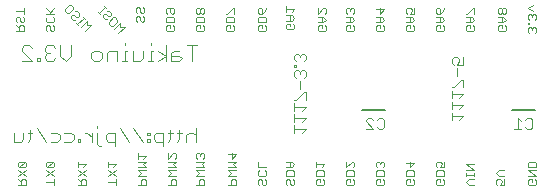
<source format=gbo>
G75*
%MOIN*%
%OFA0B0*%
%FSLAX25Y25*%
%IPPOS*%
%LPD*%
%AMOC8*
5,1,8,0,0,1.08239X$1,22.5*
%
%ADD10C,0.00300*%
%ADD11C,0.00400*%
%ADD12C,0.00750*%
D10*
X0006150Y0012400D02*
X0009052Y0012400D01*
X0009052Y0013851D01*
X0008569Y0014335D01*
X0007601Y0014335D01*
X0007117Y0013851D01*
X0007117Y0012400D01*
X0007117Y0013367D02*
X0006150Y0014335D01*
X0006150Y0015347D02*
X0009052Y0017281D01*
X0008569Y0018293D02*
X0006634Y0018293D01*
X0008569Y0020228D01*
X0006634Y0020228D01*
X0006150Y0019744D01*
X0006150Y0018777D01*
X0006634Y0018293D01*
X0006150Y0017281D02*
X0009052Y0015347D01*
X0008569Y0018293D02*
X0009052Y0018777D01*
X0009052Y0019744D01*
X0008569Y0020228D01*
X0015525Y0019744D02*
X0015525Y0018777D01*
X0016009Y0018293D01*
X0017944Y0020228D01*
X0016009Y0020228D01*
X0015525Y0019744D01*
X0017944Y0020228D02*
X0018427Y0019744D01*
X0018427Y0018777D01*
X0017944Y0018293D01*
X0016009Y0018293D01*
X0015525Y0017281D02*
X0018427Y0015347D01*
X0018427Y0017281D02*
X0015525Y0015347D01*
X0018427Y0014335D02*
X0018427Y0012400D01*
X0018427Y0013367D02*
X0015525Y0013367D01*
X0026150Y0012400D02*
X0029052Y0012400D01*
X0029052Y0013851D01*
X0028569Y0014335D01*
X0027601Y0014335D01*
X0027117Y0013851D01*
X0027117Y0012400D01*
X0027117Y0013367D02*
X0026150Y0014335D01*
X0026150Y0015347D02*
X0029052Y0017281D01*
X0028085Y0018293D02*
X0029052Y0019261D01*
X0026150Y0019261D01*
X0026150Y0020228D02*
X0026150Y0018293D01*
X0026150Y0017281D02*
X0029052Y0015347D01*
X0036150Y0015347D02*
X0039052Y0017281D01*
X0038085Y0018293D02*
X0039052Y0019261D01*
X0036150Y0019261D01*
X0036150Y0020228D02*
X0036150Y0018293D01*
X0036150Y0017281D02*
X0039052Y0015347D01*
X0039052Y0014335D02*
X0039052Y0012400D01*
X0039052Y0013367D02*
X0036150Y0013367D01*
X0046150Y0012400D02*
X0049052Y0012400D01*
X0049052Y0013851D01*
X0048569Y0014335D01*
X0047601Y0014335D01*
X0047117Y0013851D01*
X0047117Y0012400D01*
X0046150Y0015347D02*
X0047117Y0016314D01*
X0046150Y0017281D01*
X0049052Y0017281D01*
X0049052Y0018293D02*
X0046150Y0018293D01*
X0048085Y0019261D02*
X0049052Y0020228D01*
X0046150Y0020228D01*
X0048085Y0019261D02*
X0049052Y0018293D01*
X0049052Y0015347D02*
X0046150Y0015347D01*
X0056150Y0015347D02*
X0057117Y0016314D01*
X0056150Y0017281D01*
X0059052Y0017281D01*
X0059052Y0018293D02*
X0058085Y0019261D01*
X0059052Y0020228D01*
X0056150Y0020228D01*
X0056150Y0021240D02*
X0058085Y0023175D01*
X0058569Y0023175D01*
X0059052Y0022691D01*
X0059052Y0021723D01*
X0058569Y0021240D01*
X0056150Y0021240D02*
X0056150Y0023175D01*
X0049052Y0022207D02*
X0048085Y0021240D01*
X0049052Y0022207D02*
X0046150Y0022207D01*
X0046150Y0021240D02*
X0046150Y0023175D01*
X0056150Y0018293D02*
X0059052Y0018293D01*
X0059052Y0015347D02*
X0056150Y0015347D01*
X0057601Y0014335D02*
X0057117Y0013851D01*
X0057117Y0012400D01*
X0056150Y0012400D02*
X0059052Y0012400D01*
X0059052Y0013851D01*
X0058569Y0014335D01*
X0057601Y0014335D01*
X0065525Y0015347D02*
X0066492Y0016314D01*
X0065525Y0017281D01*
X0068427Y0017281D01*
X0068427Y0018293D02*
X0067460Y0019261D01*
X0068427Y0020228D01*
X0065525Y0020228D01*
X0066009Y0021240D02*
X0065525Y0021723D01*
X0065525Y0022691D01*
X0066009Y0023175D01*
X0066492Y0023175D01*
X0066976Y0022691D01*
X0066976Y0022207D01*
X0066976Y0022691D02*
X0067460Y0023175D01*
X0067944Y0023175D01*
X0068427Y0022691D01*
X0068427Y0021723D01*
X0067944Y0021240D01*
X0068427Y0018293D02*
X0065525Y0018293D01*
X0065525Y0015347D02*
X0068427Y0015347D01*
X0067944Y0014335D02*
X0066976Y0014335D01*
X0066492Y0013851D01*
X0066492Y0012400D01*
X0065525Y0012400D02*
X0068427Y0012400D01*
X0068427Y0013851D01*
X0067944Y0014335D01*
X0076150Y0015347D02*
X0077117Y0016314D01*
X0076150Y0017281D01*
X0079052Y0017281D01*
X0079052Y0018293D02*
X0076150Y0018293D01*
X0078085Y0019261D02*
X0079052Y0020228D01*
X0076150Y0020228D01*
X0078085Y0019261D02*
X0079052Y0018293D01*
X0079052Y0015347D02*
X0076150Y0015347D01*
X0077601Y0014335D02*
X0077117Y0013851D01*
X0077117Y0012400D01*
X0076150Y0012400D02*
X0079052Y0012400D01*
X0079052Y0013851D01*
X0078569Y0014335D01*
X0077601Y0014335D01*
X0086150Y0013851D02*
X0086150Y0012884D01*
X0086634Y0012400D01*
X0087601Y0012884D02*
X0087601Y0013851D01*
X0087117Y0014335D01*
X0086634Y0014335D01*
X0086150Y0013851D01*
X0087601Y0012884D02*
X0088085Y0012400D01*
X0088569Y0012400D01*
X0089052Y0012884D01*
X0089052Y0013851D01*
X0088569Y0014335D01*
X0088569Y0015347D02*
X0086634Y0015347D01*
X0086150Y0015830D01*
X0086150Y0016798D01*
X0086634Y0017281D01*
X0086150Y0018293D02*
X0086150Y0020228D01*
X0086150Y0018293D02*
X0089052Y0018293D01*
X0088569Y0017281D02*
X0089052Y0016798D01*
X0089052Y0015830D01*
X0088569Y0015347D01*
X0095525Y0015347D02*
X0095525Y0016798D01*
X0096009Y0017281D01*
X0097944Y0017281D01*
X0098427Y0016798D01*
X0098427Y0015347D01*
X0095525Y0015347D01*
X0096009Y0014335D02*
X0095525Y0013851D01*
X0095525Y0012884D01*
X0096009Y0012400D01*
X0096976Y0012884D02*
X0097460Y0012400D01*
X0097944Y0012400D01*
X0098427Y0012884D01*
X0098427Y0013851D01*
X0097944Y0014335D01*
X0096976Y0013851D02*
X0096976Y0012884D01*
X0096976Y0013851D02*
X0096492Y0014335D01*
X0096009Y0014335D01*
X0095525Y0018293D02*
X0097460Y0018293D01*
X0098427Y0019261D01*
X0097460Y0020228D01*
X0095525Y0020228D01*
X0096976Y0020228D02*
X0096976Y0018293D01*
X0105525Y0018293D02*
X0105525Y0020228D01*
X0105525Y0019261D02*
X0108427Y0019261D01*
X0107460Y0018293D01*
X0107944Y0017281D02*
X0106009Y0017281D01*
X0105525Y0016798D01*
X0105525Y0015347D01*
X0108427Y0015347D01*
X0108427Y0016798D01*
X0107944Y0017281D01*
X0107944Y0014335D02*
X0108427Y0013851D01*
X0108427Y0012884D01*
X0107944Y0012400D01*
X0106009Y0012400D01*
X0105525Y0012884D01*
X0105525Y0013851D01*
X0106009Y0014335D01*
X0106976Y0014335D01*
X0106976Y0013367D01*
X0115525Y0012884D02*
X0116009Y0012400D01*
X0117944Y0012400D01*
X0118427Y0012884D01*
X0118427Y0013851D01*
X0117944Y0014335D01*
X0116976Y0014335D02*
X0116976Y0013367D01*
X0116976Y0014335D02*
X0116009Y0014335D01*
X0115525Y0013851D01*
X0115525Y0012884D01*
X0115525Y0015347D02*
X0115525Y0016798D01*
X0116009Y0017281D01*
X0117944Y0017281D01*
X0118427Y0016798D01*
X0118427Y0015347D01*
X0115525Y0015347D01*
X0115525Y0018293D02*
X0117460Y0020228D01*
X0117944Y0020228D01*
X0118427Y0019744D01*
X0118427Y0018777D01*
X0117944Y0018293D01*
X0115525Y0018293D02*
X0115525Y0020228D01*
X0125525Y0019744D02*
X0125525Y0018777D01*
X0126009Y0018293D01*
X0126009Y0017281D02*
X0127944Y0017281D01*
X0128427Y0016798D01*
X0128427Y0015347D01*
X0125525Y0015347D01*
X0125525Y0016798D01*
X0126009Y0017281D01*
X0127944Y0018293D02*
X0128427Y0018777D01*
X0128427Y0019744D01*
X0127944Y0020228D01*
X0127460Y0020228D01*
X0126976Y0019744D01*
X0126492Y0020228D01*
X0126009Y0020228D01*
X0125525Y0019744D01*
X0126976Y0019744D02*
X0126976Y0019261D01*
X0135525Y0019744D02*
X0138427Y0019744D01*
X0136976Y0018293D01*
X0136976Y0020228D01*
X0136009Y0017281D02*
X0137944Y0017281D01*
X0138427Y0016798D01*
X0138427Y0015347D01*
X0135525Y0015347D01*
X0135525Y0016798D01*
X0136009Y0017281D01*
X0136009Y0014335D02*
X0136976Y0014335D01*
X0136976Y0013367D01*
X0136009Y0012400D02*
X0135525Y0012884D01*
X0135525Y0013851D01*
X0136009Y0014335D01*
X0137944Y0014335D02*
X0138427Y0013851D01*
X0138427Y0012884D01*
X0137944Y0012400D01*
X0136009Y0012400D01*
X0128427Y0012884D02*
X0127944Y0012400D01*
X0126009Y0012400D01*
X0125525Y0012884D01*
X0125525Y0013851D01*
X0126009Y0014335D01*
X0126976Y0014335D01*
X0126976Y0013367D01*
X0127944Y0014335D02*
X0128427Y0013851D01*
X0128427Y0012884D01*
X0145525Y0012884D02*
X0145525Y0013851D01*
X0146009Y0014335D01*
X0146976Y0014335D01*
X0146976Y0013367D01*
X0146009Y0012400D02*
X0145525Y0012884D01*
X0146009Y0012400D02*
X0147944Y0012400D01*
X0148427Y0012884D01*
X0148427Y0013851D01*
X0147944Y0014335D01*
X0148427Y0015347D02*
X0145525Y0015347D01*
X0145525Y0016798D01*
X0146009Y0017281D01*
X0147944Y0017281D01*
X0148427Y0016798D01*
X0148427Y0015347D01*
X0148427Y0018293D02*
X0146976Y0018293D01*
X0147460Y0019261D01*
X0147460Y0019744D01*
X0146976Y0020228D01*
X0146009Y0020228D01*
X0145525Y0019744D01*
X0145525Y0018777D01*
X0146009Y0018293D01*
X0148427Y0018293D02*
X0148427Y0020228D01*
X0155525Y0019246D02*
X0158427Y0019246D01*
X0158427Y0017311D02*
X0155525Y0019246D01*
X0155525Y0017311D02*
X0158427Y0017311D01*
X0158427Y0016314D02*
X0158427Y0015347D01*
X0158427Y0015830D02*
X0155525Y0015830D01*
X0155525Y0015347D02*
X0155525Y0016314D01*
X0156492Y0014335D02*
X0158427Y0014335D01*
X0156492Y0014335D02*
X0155525Y0013367D01*
X0156492Y0012400D01*
X0158427Y0012400D01*
X0165525Y0012884D02*
X0166009Y0012400D01*
X0165525Y0012884D02*
X0165525Y0013851D01*
X0166009Y0014335D01*
X0166976Y0014335D01*
X0167460Y0013851D01*
X0167460Y0013367D01*
X0166976Y0012400D01*
X0168427Y0012400D01*
X0168427Y0014335D01*
X0168427Y0015347D02*
X0166492Y0015347D01*
X0165525Y0016314D01*
X0166492Y0017281D01*
X0168427Y0017281D01*
X0176150Y0017281D02*
X0179052Y0017281D01*
X0179052Y0018293D02*
X0179052Y0019744D01*
X0178569Y0020228D01*
X0176634Y0020228D01*
X0176150Y0019744D01*
X0176150Y0018293D01*
X0179052Y0018293D01*
X0179052Y0015347D02*
X0176150Y0017281D01*
X0176150Y0015347D02*
X0179052Y0015347D01*
X0178569Y0014335D02*
X0179052Y0013851D01*
X0179052Y0012884D01*
X0178569Y0012400D01*
X0176634Y0012400D01*
X0176150Y0012884D01*
X0176150Y0013851D01*
X0176634Y0014335D01*
X0177601Y0014335D01*
X0177601Y0013367D01*
X0177108Y0031150D02*
X0175873Y0031150D01*
X0175256Y0031767D01*
X0174042Y0031150D02*
X0171573Y0031150D01*
X0172807Y0031150D02*
X0172807Y0034853D01*
X0174042Y0033619D01*
X0175256Y0034236D02*
X0175873Y0034853D01*
X0177108Y0034853D01*
X0177725Y0034236D01*
X0177725Y0031767D01*
X0177108Y0031150D01*
X0154603Y0035286D02*
X0153369Y0034051D01*
X0154603Y0035286D02*
X0150900Y0035286D01*
X0150900Y0036520D02*
X0150900Y0034051D01*
X0150900Y0037734D02*
X0150900Y0040203D01*
X0150900Y0038969D02*
X0154603Y0038969D01*
X0153369Y0037734D01*
X0153369Y0041417D02*
X0154603Y0042652D01*
X0150900Y0042652D01*
X0150900Y0043886D02*
X0150900Y0041417D01*
X0150900Y0045101D02*
X0151517Y0045101D01*
X0153986Y0047569D01*
X0154603Y0047569D01*
X0154603Y0045101D01*
X0152752Y0048784D02*
X0152752Y0051252D01*
X0152752Y0052467D02*
X0153369Y0053701D01*
X0153369Y0054318D01*
X0152752Y0054936D01*
X0151517Y0054936D01*
X0150900Y0054318D01*
X0150900Y0053084D01*
X0151517Y0052467D01*
X0152752Y0052467D02*
X0154603Y0052467D01*
X0154603Y0054936D01*
X0156009Y0063650D02*
X0155525Y0064134D01*
X0155525Y0065101D01*
X0156009Y0065585D01*
X0156976Y0065585D01*
X0156976Y0064617D01*
X0156009Y0063650D02*
X0157944Y0063650D01*
X0158427Y0064134D01*
X0158427Y0065101D01*
X0157944Y0065585D01*
X0157460Y0066597D02*
X0155525Y0066597D01*
X0156976Y0066597D02*
X0156976Y0068531D01*
X0157460Y0068531D02*
X0155525Y0068531D01*
X0155525Y0069543D02*
X0156009Y0069543D01*
X0157944Y0071478D01*
X0158427Y0071478D01*
X0158427Y0069543D01*
X0157460Y0068531D02*
X0158427Y0067564D01*
X0157460Y0066597D01*
X0166150Y0066597D02*
X0168085Y0066597D01*
X0169052Y0067564D01*
X0168085Y0068531D01*
X0166150Y0068531D01*
X0166634Y0069543D02*
X0167117Y0069543D01*
X0167601Y0070027D01*
X0167601Y0070994D01*
X0167117Y0071478D01*
X0166634Y0071478D01*
X0166150Y0070994D01*
X0166150Y0070027D01*
X0166634Y0069543D01*
X0167601Y0070027D02*
X0168085Y0069543D01*
X0168569Y0069543D01*
X0169052Y0070027D01*
X0169052Y0070994D01*
X0168569Y0071478D01*
X0168085Y0071478D01*
X0167601Y0070994D01*
X0167601Y0068531D02*
X0167601Y0066597D01*
X0167601Y0065585D02*
X0167601Y0064617D01*
X0167601Y0065585D02*
X0166634Y0065585D01*
X0166150Y0065101D01*
X0166150Y0064134D01*
X0166634Y0063650D01*
X0168569Y0063650D01*
X0169052Y0064134D01*
X0169052Y0065101D01*
X0168569Y0065585D01*
X0176150Y0065972D02*
X0176150Y0066455D01*
X0176634Y0066455D01*
X0176634Y0065972D01*
X0176150Y0065972D01*
X0176634Y0067445D02*
X0176150Y0067929D01*
X0176150Y0068896D01*
X0176634Y0069380D01*
X0177117Y0069380D01*
X0177601Y0068896D01*
X0177601Y0068412D01*
X0177601Y0068896D02*
X0178085Y0069380D01*
X0178569Y0069380D01*
X0179052Y0068896D01*
X0179052Y0067929D01*
X0178569Y0067445D01*
X0178569Y0064960D02*
X0178085Y0064960D01*
X0177601Y0064476D01*
X0177117Y0064960D01*
X0176634Y0064960D01*
X0176150Y0064476D01*
X0176150Y0063509D01*
X0176634Y0063025D01*
X0177601Y0063992D02*
X0177601Y0064476D01*
X0178569Y0064960D02*
X0179052Y0064476D01*
X0179052Y0063509D01*
X0178569Y0063025D01*
X0178085Y0070391D02*
X0176150Y0071359D01*
X0178085Y0072326D01*
X0148427Y0071478D02*
X0147944Y0070511D01*
X0146976Y0069543D01*
X0146976Y0070994D01*
X0146492Y0071478D01*
X0146009Y0071478D01*
X0145525Y0070994D01*
X0145525Y0070027D01*
X0146009Y0069543D01*
X0146976Y0069543D01*
X0146976Y0068531D02*
X0146976Y0066597D01*
X0147460Y0066597D02*
X0148427Y0067564D01*
X0147460Y0068531D01*
X0145525Y0068531D01*
X0145525Y0066597D02*
X0147460Y0066597D01*
X0147944Y0065585D02*
X0148427Y0065101D01*
X0148427Y0064134D01*
X0147944Y0063650D01*
X0146009Y0063650D01*
X0145525Y0064134D01*
X0145525Y0065101D01*
X0146009Y0065585D01*
X0146976Y0065585D01*
X0146976Y0064617D01*
X0138427Y0064134D02*
X0137944Y0063650D01*
X0136009Y0063650D01*
X0135525Y0064134D01*
X0135525Y0065101D01*
X0136009Y0065585D01*
X0136976Y0065585D01*
X0136976Y0064617D01*
X0137944Y0065585D02*
X0138427Y0065101D01*
X0138427Y0064134D01*
X0137460Y0066597D02*
X0135525Y0066597D01*
X0136976Y0066597D02*
X0136976Y0068531D01*
X0137460Y0068531D02*
X0135525Y0068531D01*
X0136009Y0069543D02*
X0135525Y0070027D01*
X0135525Y0070994D01*
X0136009Y0071478D01*
X0136976Y0071478D01*
X0137460Y0070994D01*
X0137460Y0070511D01*
X0136976Y0069543D01*
X0138427Y0069543D01*
X0138427Y0071478D01*
X0137460Y0068531D02*
X0138427Y0067564D01*
X0137460Y0066597D01*
X0128427Y0067564D02*
X0127460Y0066597D01*
X0125525Y0066597D01*
X0126009Y0065585D02*
X0126976Y0065585D01*
X0126976Y0064617D01*
X0126009Y0063650D02*
X0125525Y0064134D01*
X0125525Y0065101D01*
X0126009Y0065585D01*
X0126976Y0066597D02*
X0126976Y0068531D01*
X0127460Y0068531D02*
X0125525Y0068531D01*
X0126976Y0069543D02*
X0126976Y0071478D01*
X0125525Y0070994D02*
X0128427Y0070994D01*
X0126976Y0069543D01*
X0127460Y0068531D02*
X0128427Y0067564D01*
X0127944Y0065585D02*
X0128427Y0065101D01*
X0128427Y0064134D01*
X0127944Y0063650D01*
X0126009Y0063650D01*
X0118427Y0064134D02*
X0117944Y0063650D01*
X0116009Y0063650D01*
X0115525Y0064134D01*
X0115525Y0065101D01*
X0116009Y0065585D01*
X0116976Y0065585D01*
X0116976Y0064617D01*
X0117944Y0065585D02*
X0118427Y0065101D01*
X0118427Y0064134D01*
X0117460Y0066597D02*
X0115525Y0066597D01*
X0116976Y0066597D02*
X0116976Y0068531D01*
X0117460Y0068531D02*
X0115525Y0068531D01*
X0116009Y0069543D02*
X0115525Y0070027D01*
X0115525Y0070994D01*
X0116009Y0071478D01*
X0116492Y0071478D01*
X0116976Y0070994D01*
X0116976Y0070511D01*
X0116976Y0070994D02*
X0117460Y0071478D01*
X0117944Y0071478D01*
X0118427Y0070994D01*
X0118427Y0070027D01*
X0117944Y0069543D01*
X0117460Y0068531D02*
X0118427Y0067564D01*
X0117460Y0066597D01*
X0109052Y0067564D02*
X0108085Y0068531D01*
X0106150Y0068531D01*
X0106150Y0069543D02*
X0108085Y0071478D01*
X0108569Y0071478D01*
X0109052Y0070994D01*
X0109052Y0070027D01*
X0108569Y0069543D01*
X0107601Y0068531D02*
X0107601Y0066597D01*
X0108085Y0066597D02*
X0109052Y0067564D01*
X0108085Y0066597D02*
X0106150Y0066597D01*
X0106634Y0065585D02*
X0107601Y0065585D01*
X0107601Y0064617D01*
X0106634Y0063650D02*
X0106150Y0064134D01*
X0106150Y0065101D01*
X0106634Y0065585D01*
X0108569Y0065585D02*
X0109052Y0065101D01*
X0109052Y0064134D01*
X0108569Y0063650D01*
X0106634Y0063650D01*
X0098427Y0064759D02*
X0097944Y0064275D01*
X0096009Y0064275D01*
X0095525Y0064759D01*
X0095525Y0065726D01*
X0096009Y0066210D01*
X0096976Y0066210D01*
X0096976Y0065242D01*
X0097944Y0066210D02*
X0098427Y0065726D01*
X0098427Y0064759D01*
X0097460Y0067222D02*
X0095525Y0067222D01*
X0096976Y0067222D02*
X0096976Y0069156D01*
X0097460Y0069156D02*
X0095525Y0069156D01*
X0097460Y0069156D02*
X0098427Y0068189D01*
X0097460Y0067222D01*
X0097460Y0070168D02*
X0098427Y0071136D01*
X0095525Y0071136D01*
X0095525Y0072103D02*
X0095525Y0070168D01*
X0089052Y0071478D02*
X0088569Y0070511D01*
X0087601Y0069543D01*
X0087601Y0070994D01*
X0087117Y0071478D01*
X0086634Y0071478D01*
X0086150Y0070994D01*
X0086150Y0070027D01*
X0086634Y0069543D01*
X0087601Y0069543D01*
X0086634Y0068531D02*
X0088569Y0068531D01*
X0089052Y0068048D01*
X0089052Y0066597D01*
X0086150Y0066597D01*
X0086150Y0068048D01*
X0086634Y0068531D01*
X0086634Y0065585D02*
X0087601Y0065585D01*
X0087601Y0064617D01*
X0086634Y0063650D02*
X0086150Y0064134D01*
X0086150Y0065101D01*
X0086634Y0065585D01*
X0088569Y0065585D02*
X0089052Y0065101D01*
X0089052Y0064134D01*
X0088569Y0063650D01*
X0086634Y0063650D01*
X0078427Y0064134D02*
X0077944Y0063650D01*
X0076009Y0063650D01*
X0075525Y0064134D01*
X0075525Y0065101D01*
X0076009Y0065585D01*
X0076976Y0065585D01*
X0076976Y0064617D01*
X0077944Y0065585D02*
X0078427Y0065101D01*
X0078427Y0064134D01*
X0078427Y0066597D02*
X0075525Y0066597D01*
X0075525Y0068048D01*
X0076009Y0068531D01*
X0077944Y0068531D01*
X0078427Y0068048D01*
X0078427Y0066597D01*
X0078427Y0069543D02*
X0078427Y0071478D01*
X0077944Y0071478D01*
X0076009Y0069543D01*
X0075525Y0069543D01*
X0068427Y0070027D02*
X0068427Y0070994D01*
X0067944Y0071478D01*
X0067460Y0071478D01*
X0066976Y0070994D01*
X0066976Y0070027D01*
X0067460Y0069543D01*
X0067944Y0069543D01*
X0068427Y0070027D01*
X0066976Y0070027D02*
X0066492Y0069543D01*
X0066009Y0069543D01*
X0065525Y0070027D01*
X0065525Y0070994D01*
X0066009Y0071478D01*
X0066492Y0071478D01*
X0066976Y0070994D01*
X0066009Y0068531D02*
X0067944Y0068531D01*
X0068427Y0068048D01*
X0068427Y0066597D01*
X0065525Y0066597D01*
X0065525Y0068048D01*
X0066009Y0068531D01*
X0066009Y0065585D02*
X0066976Y0065585D01*
X0066976Y0064617D01*
X0066009Y0063650D02*
X0065525Y0064134D01*
X0065525Y0065101D01*
X0066009Y0065585D01*
X0067944Y0065585D02*
X0068427Y0065101D01*
X0068427Y0064134D01*
X0067944Y0063650D01*
X0066009Y0063650D01*
X0058427Y0064134D02*
X0057944Y0063650D01*
X0056009Y0063650D01*
X0055525Y0064134D01*
X0055525Y0065101D01*
X0056009Y0065585D01*
X0056976Y0065585D01*
X0056976Y0064617D01*
X0057944Y0065585D02*
X0058427Y0065101D01*
X0058427Y0064134D01*
X0058427Y0066597D02*
X0055525Y0066597D01*
X0055525Y0068048D01*
X0056009Y0068531D01*
X0057944Y0068531D01*
X0058427Y0068048D01*
X0058427Y0066597D01*
X0057944Y0069543D02*
X0057460Y0069543D01*
X0056976Y0070027D01*
X0056976Y0071478D01*
X0056009Y0071478D02*
X0057944Y0071478D01*
X0058427Y0070994D01*
X0058427Y0070027D01*
X0057944Y0069543D01*
X0056009Y0069543D02*
X0055525Y0070027D01*
X0055525Y0070994D01*
X0056009Y0071478D01*
X0048427Y0071173D02*
X0048427Y0070205D01*
X0047944Y0069722D01*
X0047460Y0069722D01*
X0046976Y0070205D01*
X0046976Y0071173D01*
X0046492Y0071656D01*
X0046009Y0071656D01*
X0045525Y0071173D01*
X0045525Y0070205D01*
X0046009Y0069722D01*
X0046009Y0068710D02*
X0045525Y0068226D01*
X0045525Y0067259D01*
X0046009Y0066775D01*
X0046976Y0067259D02*
X0046976Y0068226D01*
X0046492Y0068710D01*
X0046009Y0068710D01*
X0047944Y0068710D02*
X0048427Y0068226D01*
X0048427Y0067259D01*
X0047944Y0066775D01*
X0047460Y0066775D01*
X0046976Y0067259D01*
X0041802Y0065139D02*
X0040434Y0065139D01*
X0040434Y0066508D01*
X0038382Y0064455D01*
X0038009Y0065513D02*
X0037324Y0065513D01*
X0036640Y0066197D01*
X0036640Y0066881D01*
X0038009Y0068249D01*
X0038693Y0068249D01*
X0039377Y0067565D01*
X0039377Y0066881D01*
X0038009Y0065513D01*
X0039750Y0063087D02*
X0041802Y0065139D01*
X0035925Y0067596D02*
X0035241Y0067596D01*
X0034557Y0068280D01*
X0034557Y0068964D01*
X0034899Y0069306D01*
X0035583Y0069306D01*
X0036267Y0068622D01*
X0036951Y0068622D01*
X0037293Y0068964D01*
X0037293Y0069649D01*
X0036609Y0070333D01*
X0035925Y0070333D01*
X0035552Y0071390D02*
X0034868Y0072074D01*
X0035210Y0071732D02*
X0033157Y0069680D01*
X0033499Y0069338D02*
X0032815Y0070022D01*
X0028469Y0067848D02*
X0027785Y0068532D01*
X0028127Y0068190D02*
X0026074Y0066138D01*
X0026416Y0065796D02*
X0025732Y0066480D01*
X0025370Y0067527D02*
X0024685Y0067527D01*
X0024001Y0068211D01*
X0024001Y0068895D01*
X0024343Y0069237D01*
X0025028Y0069237D01*
X0025712Y0068553D01*
X0026396Y0068553D01*
X0026738Y0068895D01*
X0026738Y0069579D01*
X0026054Y0070263D01*
X0025370Y0070263D01*
X0024654Y0070978D02*
X0023286Y0069610D01*
X0022602Y0069610D01*
X0021918Y0070294D01*
X0021918Y0070978D01*
X0023286Y0072347D01*
X0023970Y0072347D01*
X0024654Y0071663D01*
X0024654Y0070978D01*
X0018427Y0071478D02*
X0016492Y0069543D01*
X0016976Y0070027D02*
X0015525Y0071478D01*
X0015525Y0069543D02*
X0018427Y0069543D01*
X0017944Y0068531D02*
X0018427Y0068048D01*
X0018427Y0067080D01*
X0017944Y0066597D01*
X0016009Y0066597D01*
X0015525Y0067080D01*
X0015525Y0068048D01*
X0016009Y0068531D01*
X0016009Y0065585D02*
X0015525Y0065101D01*
X0015525Y0064134D01*
X0016009Y0063650D01*
X0016976Y0064134D02*
X0016976Y0065101D01*
X0016492Y0065585D01*
X0016009Y0065585D01*
X0017944Y0065585D02*
X0018427Y0065101D01*
X0018427Y0064134D01*
X0017944Y0063650D01*
X0017460Y0063650D01*
X0016976Y0064134D01*
X0008427Y0063650D02*
X0008427Y0065101D01*
X0007944Y0065585D01*
X0006976Y0065585D01*
X0006492Y0065101D01*
X0006492Y0063650D01*
X0005525Y0063650D02*
X0008427Y0063650D01*
X0006492Y0064617D02*
X0005525Y0065585D01*
X0006009Y0066597D02*
X0005525Y0067080D01*
X0005525Y0068048D01*
X0006009Y0068531D01*
X0006492Y0068531D01*
X0006976Y0068048D01*
X0006976Y0067080D01*
X0007460Y0066597D01*
X0007944Y0066597D01*
X0008427Y0067080D01*
X0008427Y0068048D01*
X0007944Y0068531D01*
X0008427Y0069543D02*
X0008427Y0071478D01*
X0008427Y0070511D02*
X0005525Y0070511D01*
X0027132Y0065080D02*
X0029184Y0067133D01*
X0029184Y0065764D01*
X0030552Y0065764D01*
X0028500Y0063712D01*
X0047944Y0071656D02*
X0048427Y0071173D01*
X0098400Y0055568D02*
X0098400Y0054334D01*
X0099017Y0053717D01*
X0099017Y0052492D02*
X0098400Y0052492D01*
X0098400Y0051875D01*
X0099017Y0051875D01*
X0099017Y0052492D01*
X0101486Y0053717D02*
X0102103Y0054334D01*
X0102103Y0055568D01*
X0101486Y0056186D01*
X0100869Y0056186D01*
X0100252Y0055568D01*
X0099634Y0056186D01*
X0099017Y0056186D01*
X0098400Y0055568D01*
X0100252Y0055568D02*
X0100252Y0054951D01*
X0100869Y0050661D02*
X0100252Y0050044D01*
X0099634Y0050661D01*
X0099017Y0050661D01*
X0098400Y0050044D01*
X0098400Y0048809D01*
X0099017Y0048192D01*
X0100252Y0049427D02*
X0100252Y0050044D01*
X0100869Y0050661D02*
X0101486Y0050661D01*
X0102103Y0050044D01*
X0102103Y0048809D01*
X0101486Y0048192D01*
X0100252Y0046978D02*
X0100252Y0044509D01*
X0101486Y0043295D02*
X0099017Y0040826D01*
X0098400Y0040826D01*
X0098400Y0039611D02*
X0098400Y0037143D01*
X0098400Y0035928D02*
X0098400Y0033460D01*
X0098400Y0032245D02*
X0098400Y0029776D01*
X0098400Y0031011D02*
X0102103Y0031011D01*
X0100869Y0029776D01*
X0100869Y0033460D02*
X0102103Y0034694D01*
X0098400Y0034694D01*
X0100869Y0037143D02*
X0102103Y0038377D01*
X0098400Y0038377D01*
X0102103Y0040826D02*
X0102103Y0043295D01*
X0101486Y0043295D01*
X0122198Y0034236D02*
X0122815Y0034853D01*
X0124050Y0034853D01*
X0124667Y0034236D01*
X0125881Y0034236D02*
X0126498Y0034853D01*
X0127733Y0034853D01*
X0128350Y0034236D01*
X0128350Y0031767D01*
X0127733Y0031150D01*
X0126498Y0031150D01*
X0125881Y0031767D01*
X0124667Y0031150D02*
X0122198Y0033619D01*
X0122198Y0034236D01*
X0122198Y0031150D02*
X0124667Y0031150D01*
X0079052Y0022691D02*
X0077601Y0021240D01*
X0077601Y0023175D01*
X0076150Y0022691D02*
X0079052Y0022691D01*
X0106150Y0069543D02*
X0106150Y0071478D01*
D11*
X0065958Y0058929D02*
X0062488Y0058929D01*
X0064223Y0058929D02*
X0064223Y0053725D01*
X0060802Y0054592D02*
X0059934Y0055460D01*
X0057332Y0055460D01*
X0057332Y0056327D02*
X0057332Y0053725D01*
X0059934Y0053725D01*
X0060802Y0054592D01*
X0058199Y0057195D02*
X0057332Y0056327D01*
X0058199Y0057195D02*
X0059934Y0057195D01*
X0055645Y0058929D02*
X0055645Y0053725D01*
X0055645Y0055460D02*
X0053043Y0057195D01*
X0051348Y0057195D02*
X0050481Y0057195D01*
X0050481Y0053725D01*
X0051348Y0053725D02*
X0049613Y0053725D01*
X0047911Y0054592D02*
X0047043Y0053725D01*
X0044441Y0053725D01*
X0044441Y0057195D01*
X0042754Y0057195D02*
X0041887Y0057195D01*
X0041887Y0053725D01*
X0042754Y0053725D02*
X0041019Y0053725D01*
X0039317Y0053725D02*
X0039317Y0057195D01*
X0036714Y0057195D01*
X0035847Y0056327D01*
X0035847Y0053725D01*
X0034160Y0054592D02*
X0033293Y0053725D01*
X0031558Y0053725D01*
X0030691Y0054592D01*
X0030691Y0056327D01*
X0031558Y0057195D01*
X0033293Y0057195D01*
X0034160Y0056327D01*
X0034160Y0054592D01*
X0041887Y0058929D02*
X0041887Y0059797D01*
X0047911Y0057195D02*
X0047911Y0054592D01*
X0053043Y0053725D02*
X0055645Y0055460D01*
X0050481Y0058929D02*
X0050481Y0059797D01*
X0023848Y0058929D02*
X0023848Y0055460D01*
X0022113Y0053725D01*
X0020378Y0055460D01*
X0020378Y0058929D01*
X0018691Y0058062D02*
X0017824Y0058929D01*
X0016089Y0058929D01*
X0015221Y0058062D01*
X0015221Y0057195D01*
X0016089Y0056327D01*
X0015221Y0055460D01*
X0015221Y0054592D01*
X0016089Y0053725D01*
X0017824Y0053725D01*
X0018691Y0054592D01*
X0016956Y0056327D02*
X0016089Y0056327D01*
X0013535Y0054592D02*
X0012667Y0054592D01*
X0012667Y0053725D01*
X0013535Y0053725D01*
X0013535Y0054592D01*
X0010957Y0053725D02*
X0007487Y0057195D01*
X0007487Y0058062D01*
X0008354Y0058929D01*
X0010089Y0058929D01*
X0010957Y0058062D01*
X0010957Y0053725D02*
X0007487Y0053725D01*
X0032458Y0032196D02*
X0032458Y0031429D01*
X0032458Y0029894D02*
X0032458Y0026058D01*
X0033226Y0025290D01*
X0033993Y0025290D01*
X0036295Y0026825D02*
X0038597Y0026825D01*
X0036295Y0026825D02*
X0035528Y0027592D01*
X0035528Y0029127D01*
X0036295Y0029894D01*
X0038597Y0029894D01*
X0038597Y0025290D01*
X0043201Y0026825D02*
X0040132Y0031429D01*
X0044735Y0031429D02*
X0047805Y0026825D01*
X0049339Y0026825D02*
X0049339Y0027592D01*
X0050107Y0027592D01*
X0050107Y0026825D01*
X0049339Y0026825D01*
X0051641Y0027592D02*
X0052409Y0026825D01*
X0054711Y0026825D01*
X0056245Y0026825D02*
X0057013Y0027592D01*
X0057013Y0030662D01*
X0057780Y0029894D02*
X0056245Y0029894D01*
X0054711Y0029894D02*
X0052409Y0029894D01*
X0051641Y0029127D01*
X0051641Y0027592D01*
X0050107Y0029127D02*
X0049339Y0029127D01*
X0049339Y0029894D01*
X0050107Y0029894D01*
X0050107Y0029127D01*
X0054711Y0029894D02*
X0054711Y0025290D01*
X0059315Y0026825D02*
X0060082Y0027592D01*
X0060082Y0030662D01*
X0060849Y0029894D02*
X0059315Y0029894D01*
X0062384Y0029127D02*
X0062384Y0026825D01*
X0065453Y0026825D02*
X0065453Y0031429D01*
X0064686Y0029894D02*
X0063151Y0029894D01*
X0062384Y0029127D01*
X0064686Y0029894D02*
X0065453Y0029127D01*
X0030924Y0029894D02*
X0030924Y0026825D01*
X0030924Y0028360D02*
X0029389Y0029894D01*
X0028622Y0029894D01*
X0024785Y0029127D02*
X0024785Y0027592D01*
X0024018Y0026825D01*
X0021716Y0026825D01*
X0020181Y0027592D02*
X0019414Y0026825D01*
X0017112Y0026825D01*
X0015577Y0026825D02*
X0012508Y0031429D01*
X0010206Y0030662D02*
X0010206Y0027592D01*
X0009439Y0026825D01*
X0007904Y0027592D02*
X0007137Y0026825D01*
X0004835Y0026825D01*
X0004835Y0029894D01*
X0007904Y0029894D02*
X0007904Y0027592D01*
X0009439Y0029894D02*
X0010973Y0029894D01*
X0017112Y0029894D02*
X0019414Y0029894D01*
X0020181Y0029127D01*
X0020181Y0027592D01*
X0021716Y0029894D02*
X0024018Y0029894D01*
X0024785Y0029127D01*
X0026320Y0027592D02*
X0026320Y0026825D01*
X0027087Y0026825D01*
X0027087Y0027592D01*
X0026320Y0027592D01*
D12*
X0121000Y0037250D02*
X0128500Y0037250D01*
X0171000Y0037250D02*
X0178500Y0037250D01*
M02*

</source>
